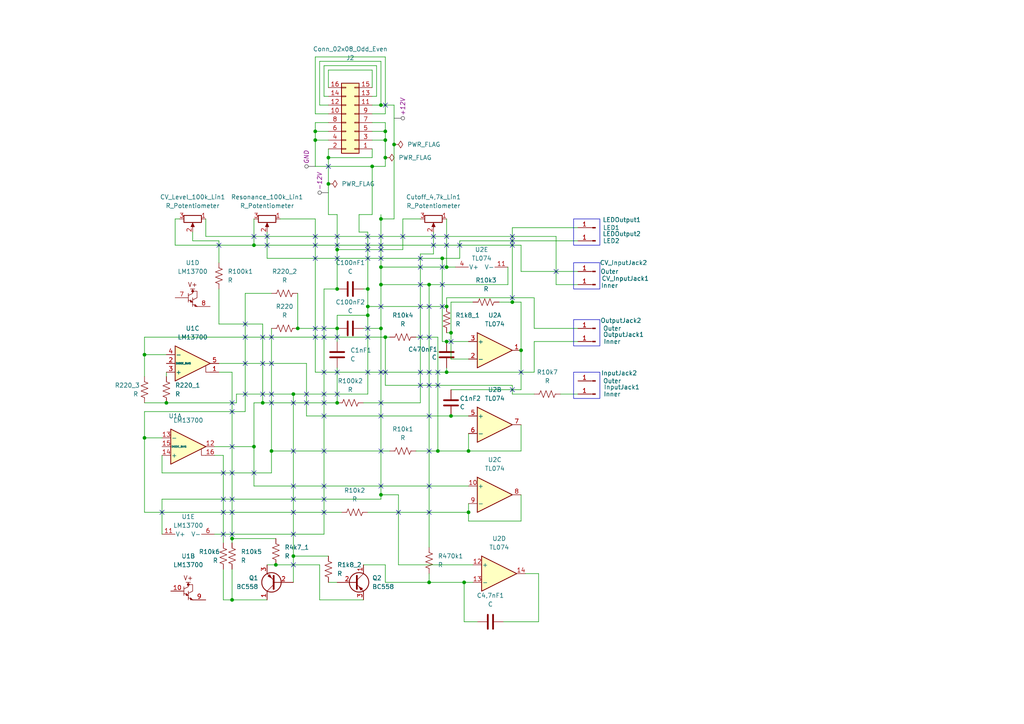
<source format=kicad_sch>
(kicad_sch (version 20231120) (generator "eeschema") (generator_version "8.0")
  (paper "A4")
  (title_block (title "Low_Pass_Filter_Schematic") (date "2024-03-05"))
  (lib_symbols
    (symbol "Amplifier_Operational:LM13700" (pin_names (offset 0.127))
      (property "Reference" "U" (at 3.81 5.08 0))
      (property "Value" "LM13700" (at 5.08 -5.08 0))
      (symbol "LM13700_1_1"
        (polyline (pts (xy 3.81 -0.635) (xy 3.81 -2.54) (xy 5.08 -2.54)))
        (polyline (pts (xy 5.08 0) (xy -5.08 -5.08) (xy -5.08 5.08) (xy 5.08 0)) (stroke (width 0.254)) (fill (type background)))
        (pin output line (at 7.62 0 180) (length 2.54) (name "~") (number "12"))
        (pin input line (at -7.62 2.54 0) (length 2.54) (name "-") (number "13"))
        (pin input line (at -7.62 -2.54 0) (length 2.54) (name "+") (number "14"))
        (pin input line (at -7.62 0 0) (length 2.54) (name "DIODE_BIAS") (number "15"))
        (pin input line (at 7.62 -2.54 180) (length 2.54) (name "~") (number "16"))
      )
      (symbol "LM13700_2_0"
        (polyline (pts (xy -1.905 2.54) (xy -3.175 2.54)))
      )
      (symbol "LM13700_2_1"
        (circle (center -2.54 1.905) (radius 0.254) (stroke (width 0.254)) (fill (type outline)))
        (polyline (pts (xy -3.81 -0.635) (xy -2.54 -1.27)))
        (polyline (pts (xy -3.81 1.27) (xy -3.81 -1.27)))
        (polyline (pts (xy -2.54 -1.905) (xy -1.27 -2.54)))
        (polyline (pts (xy -2.54 0) (xy -2.54 -2.54)))
        (polyline (pts (xy -3.81 0.635) (xy -2.54 1.27) (xy -2.54 1.905) (xy -2.54 2.54)))
        (polyline (pts (xy -2.54 -1.27) (xy -3.175 -0.635) (xy -3.175 -1.27) (xy -2.54 -1.27)) (fill (type outline)))
        (polyline (pts (xy -2.54 -0.635) (xy -1.27 0) (xy -1.27 1.905) (xy -2.54 1.905)))
        (polyline (pts (xy -1.27 -2.54) (xy -1.905 -1.905) (xy -1.905 -2.54) (xy -1.27 -2.54)) (fill (type outline)))
        (text "V+" (at -2.54 3.81 0) (effects (font (size 1.27 1.27))))
        (pin input line (at -7.62 0 0) (length 3.81) (name "~") (number "10"))
        (pin output line (at 2.54 -2.54 180) (length 3.81) (name "~") (number "9"))
      )
      (symbol "LM13700_3_1"
        (polyline (pts (xy 3.81 -0.635) (xy 3.81 -2.54) (xy 5.08 -2.54)))
        (polyline (pts (xy 5.08 0) (xy -5.08 -5.08) (xy -5.08 5.08) (xy 5.08 0)) (stroke (width 0.254)) (fill (type background)))
        (pin input line (at 7.62 -2.54 180) (length 2.54) (name "~") (number "1"))
        (pin input line (at -7.62 0 0) (length 2.54) (name "DIODE_BIAS") (number "2"))
        (pin input line (at -7.62 -2.54 0) (length 2.54) (name "+") (number "3"))
        (pin input line (at -7.62 2.54 0) (length 2.54) (name "-") (number "4"))
        (pin output line (at 7.62 0 180) (length 2.54) (name "~") (number "5"))
      )
      (symbol "LM13700_4_0"
        (polyline (pts (xy -3.175 2.54) (xy -1.905 2.54)))
        (text "V+" (at -2.54 3.81 0) (effects (font (size 1.27 1.27))))
      )
      (symbol "LM13700_4_1"
        (circle (center -2.54 1.905) (radius 0.254) (stroke (width 0.254)) (fill (type outline)))
        (polyline (pts (xy -3.81 -0.635) (xy -2.54 -1.27)))
        (polyline (pts (xy -3.81 1.27) (xy -3.81 -1.27)))
        (polyline (pts (xy -2.54 -1.905) (xy -1.27 -2.54)))
        (polyline (pts (xy -2.54 0) (xy -2.54 -2.54)))
        (polyline (pts (xy -3.81 0.635) (xy -2.54 1.27) (xy -2.54 2.54)))
        (polyline (pts (xy -2.54 -1.27) (xy -3.175 -0.635) (xy -3.175 -1.27) (xy -2.54 -1.27)) (fill (type outline)))
        (polyline (pts (xy -2.54 -0.635) (xy -1.27 0) (xy -1.27 1.905) (xy -2.54 1.905)))
        (polyline (pts (xy -1.27 -2.54) (xy -1.905 -1.905) (xy -1.905 -2.54) (xy -1.27 -2.54)) (fill (type outline)))
        (pin input line (at -7.62 0 0) (length 3.81) (name "~") (number "7"))
        (pin output line (at 2.54 -2.54 180) (length 3.81) (name "~") (number "8"))
      )
      (symbol "LM13700_5_1"
        (pin power_in line (at -2.54 7.62 270) (length 3.81) (name "V+") (number "11"))
        (pin power_in line (at -2.54 -7.62 90) (length 3.81) (name "V-") (number "6"))
      )
    )
    (symbol "Amplifier_Operational:TL074" (pin_names (offset 0.127))
      (property "Reference" "U" (at 0 5.08 0))
      (property "Value" "TL074" (at 0 -5.08 0))
      (symbol "TL074_1_1"
        (polyline (pts (xy -5.08 5.08) (xy 5.08 0) (xy -5.08 -5.08) (xy -5.08 5.08)) (stroke (width 0.254)) (fill (type background)))
        (pin output line (at 7.62 0 180) (length 2.54) (name "~") (number "1"))
        (pin input line (at -7.62 -2.54 0) (length 2.54) (name "-") (number "2"))
        (pin input line (at -7.62 2.54 0) (length 2.54) (name "+") (number "3"))
      )
      (symbol "TL074_2_1"
        (polyline (pts (xy -5.08 5.08) (xy 5.08 0) (xy -5.08 -5.08) (xy -5.08 5.08)) (stroke (width 0.254)) (fill (type background)))
        (pin input line (at -7.62 2.54 0) (length 2.54) (name "+") (number "5"))
        (pin input line (at -7.62 -2.54 0) (length 2.54) (name "-") (number "6"))
        (pin output line (at 7.62 0 180) (length 2.54) (name "~") (number "7"))
      )
      (symbol "TL074_3_1"
        (polyline (pts (xy -5.08 5.08) (xy 5.08 0) (xy -5.08 -5.08) (xy -5.08 5.08)) (stroke (width 0.254)) (fill (type background)))
        (pin input line (at -7.62 2.54 0) (length 2.54) (name "+") (number "10"))
        (pin output line (at 7.62 0 180) (length 2.54) (name "~") (number "8"))
        (pin input line (at -7.62 -2.54 0) (length 2.54) (name "-") (number "9"))
      )
      (symbol "TL074_4_1"
        (polyline (pts (xy -5.08 5.08) (xy 5.08 0) (xy -5.08 -5.08) (xy -5.08 5.08)) (stroke (width 0.254)) (fill (type background)))
        (pin input line (at -7.62 2.54 0) (length 2.54) (name "+") (number "12"))
        (pin input line (at -7.62 -2.54 0) (length 2.54) (name "-") (number "13"))
        (pin output line (at 7.62 0 180) (length 2.54) (name "~") (number "14"))
      )
      (symbol "TL074_5_1"
        (pin power_in line (at -2.54 -7.62 90) (length 3.81) (name "V-") (number "11"))
        (pin power_in line (at -2.54 7.62 270) (length 3.81) (name "V+") (number "4"))
      )
    )
    (symbol "Connector:Conn_01x01_Pin" (pin_names (offset 1.016) hide)
      (property "Reference" "J" (at 0 2.54 0))
      (property "Value" "Conn_01x01_Pin" (at 0 -2.54 0))
      (symbol "Conn_01x01_Pin_1_1"
        (polyline (pts (xy 1.27 0) (xy 0.8636 0)) (stroke (width 0.1524)))
        (rectangle (start 0.8636 0.127) (end 0 -0.127) (stroke (width 0.1524)) (fill (type outline)))
        (pin passive line (at 5.08 0 180) (length 3.81) (name "Pin_1") (number "1"))
      )
    )
    (symbol "Connector_Generic:Conn_02x08_Odd_Even" (pin_names (offset 1.016) hide)
      (property "Reference" "J" (at 1.27 10.16 0))
      (property "Value" "Conn_02x08_Odd_Even" (at 1.27 -12.7 0))
      (symbol "Conn_02x08_Odd_Even_1_1"
        (rectangle (start -1.27 -10.033) (end 0 -10.287) (stroke (width 0.1524)))
        (rectangle (start -1.27 -7.493) (end 0 -7.747) (stroke (width 0.1524)))
        (rectangle (start -1.27 -4.953) (end 0 -5.207) (stroke (width 0.1524)))
        (rectangle (start -1.27 -2.413) (end 0 -2.667) (stroke (width 0.1524)))
        (rectangle (start -1.27 0.127) (end 0 -0.127) (stroke (width 0.1524)))
        (rectangle (start -1.27 2.667) (end 0 2.413) (stroke (width 0.1524)))
        (rectangle (start -1.27 5.207) (end 0 4.953) (stroke (width 0.1524)))
        (rectangle (start -1.27 7.747) (end 0 7.493) (stroke (width 0.1524)))
        (rectangle (start -1.27 8.89) (end 3.81 -11.43) (stroke (width 0.254)) (fill (type background)))
        (rectangle (start 3.81 -10.033) (end 2.54 -10.287) (stroke (width 0.1524)))
        (rectangle (start 3.81 -7.493) (end 2.54 -7.747) (stroke (width 0.1524)))
        (rectangle (start 3.81 -4.953) (end 2.54 -5.207) (stroke (width 0.1524)))
        (rectangle (start 3.81 -2.413) (end 2.54 -2.667) (stroke (width 0.1524)))
        (rectangle (start 3.81 0.127) (end 2.54 -0.127) (stroke (width 0.1524)))
        (rectangle (start 3.81 2.667) (end 2.54 2.413) (stroke (width 0.1524)))
        (rectangle (start 3.81 5.207) (end 2.54 4.953) (stroke (width 0.1524)))
        (rectangle (start 3.81 7.747) (end 2.54 7.493) (stroke (width 0.1524)))
        (pin passive line (at -5.08 7.62 0) (length 3.81) (name "Pin_1") (number "1"))
        (pin passive line (at 7.62 -2.54 180) (length 3.81) (name "Pin_10") (number "10"))
        (pin passive line (at -5.08 -5.08 0) (length 3.81) (name "Pin_11") (number "11"))
        (pin passive line (at 7.62 -5.08 180) (length 3.81) (name "Pin_12") (number "12"))
        (pin passive line (at -5.08 -7.62 0) (length 3.81) (name "Pin_13") (number "13"))
        (pin passive line (at 7.62 -7.62 180) (length 3.81) (name "Pin_14") (number "14"))
        (pin passive line (at -5.08 -10.16 0) (length 3.81) (name "Pin_15") (number "15"))
        (pin passive line (at 7.62 -10.16 180) (length 3.81) (name "Pin_16") (number "16"))
        (pin passive line (at 7.62 7.62 180) (length 3.81) (name "Pin_2") (number "2"))
        (pin passive line (at -5.08 5.08 0) (length 3.81) (name "Pin_3") (number "3"))
        (pin passive line (at 7.62 5.08 180) (length 3.81) (name "Pin_4") (number "4"))
        (pin passive line (at -5.08 2.54 0) (length 3.81) (name "Pin_5") (number "5"))
        (pin passive line (at 7.62 2.54 180) (length 3.81) (name "Pin_6") (number "6"))
        (pin passive line (at -5.08 0 0) (length 3.81) (name "Pin_7") (number "7"))
        (pin passive line (at 7.62 0 180) (length 3.81) (name "Pin_8") (number "8"))
        (pin passive line (at -5.08 -2.54 0) (length 3.81) (name "Pin_9") (number "9"))
      )
    )
    (symbol "Device:C" (pin_numbers hide) (pin_names (offset 0.254))
      (property "Reference" "C" (at 0.635 2.54 0))
      (property "Value" "C" (at 0.635 -2.54 0))
      (symbol "C_0_1"
        (polyline (pts (xy -2.032 -0.762) (xy 2.032 -0.762)) (stroke (width 0.508)))
        (polyline (pts (xy -2.032 0.762) (xy 2.032 0.762)) (stroke (width 0.508)))
      )
      (symbol "C_1_1"
        (pin passive line (at 0 3.81 270) (length 2.794) (name "~") (number "1"))
        (pin passive line (at 0 -3.81 90) (length 2.794) (name "~") (number "2"))
      )
    )
    (symbol "Device:R_Potentiometer" (pin_names (offset 1.016) hide)
      (property "Reference" "RV" (at -4.445 0 90))
      (property "Value" "R_Potentiometer" (at -2.54 0 90))
      (symbol "R_Potentiometer_0_1"
        (polyline (pts (xy 2.54 0) (xy 1.524 0)))
        (polyline (pts (xy 1.143 0) (xy 2.286 0.508) (xy 2.286 -0.508) (xy 1.143 0)) (fill (type outline)))
        (rectangle (start 1.016 2.54) (end -1.016 -2.54) (stroke (width 0.254)))
      )
      (symbol "R_Potentiometer_1_1"
        (pin passive line (at 0 3.81 270) (length 1.27) (name "1") (number "1"))
        (pin passive line (at 3.81 0 180) (length 1.27) (name "2") (number "2"))
        (pin passive line (at 0 -3.81 90) (length 1.27) (name "3") (number "3"))
      )
    )
    (symbol "Device:R_US" (pin_numbers hide) (pin_names (offset 0))
      (property "Reference" "R" (at 2.54 0 90))
      (property "Value" "R_US" (at -2.54 0 90))
      (symbol "R_US_0_1"
        (polyline (pts (xy 0 -2.286) (xy 0 -2.54)))
        (polyline (pts (xy 0 2.286) (xy 0 2.54)))
        (polyline (pts (xy 0 -0.762) (xy 1.016 -1.143) (xy 0 -1.524) (xy -1.016 -1.905) (xy 0 -2.286)))
        (polyline (pts (xy 0 0.762) (xy 1.016 0.381) (xy 0 0) (xy -1.016 -0.381) (xy 0 -0.762)))
        (polyline (pts (xy 0 2.286) (xy 1.016 1.905) (xy 0 1.524) (xy -1.016 1.143) (xy 0 0.762)))
      )
      (symbol "R_US_1_1"
        (pin passive line (at 0 3.81 270) (length 1.27) (name "~") (number "1"))
        (pin passive line (at 0 -3.81 90) (length 1.27) (name "~") (number "2"))
      )
    )
    (symbol "Transistor_BJT:BC558" (pin_names (offset 0) hide)
      (property "Reference" "Q" (at 5.08 1.905 0))
      (property "Value" "BC558" (at 5.08 0 0))
      (symbol "BC558_0_1"
        (polyline (pts (xy 0.635 0.635) (xy 2.54 2.54)))
        (polyline (pts (xy 0.635 -0.635) (xy 2.54 -2.54) (xy 2.54 -2.54)))
        (polyline (pts (xy 0.635 1.905) (xy 0.635 -1.905) (xy 0.635 -1.905)) (stroke (width 0.508)))
        (polyline (pts (xy 2.286 -1.778) (xy 1.778 -2.286) (xy 1.27 -1.27) (xy 2.286 -1.778) (xy 2.286 -1.778)) (fill (type outline)))
        (circle (center 1.27 0) (radius 2.8194) (stroke (width 0.254)))
      )
      (symbol "BC558_1_1"
        (pin passive line (at 2.54 5.08 270) (length 2.54) (name "C") (number "1"))
        (pin input line (at -5.08 0 0) (length 5.715) (name "B") (number "2"))
        (pin passive line (at 2.54 -5.08 90) (length 2.54) (name "E") (number "3"))
      )
    )
    (symbol "power:PWR_FLAG" (power) (pin_numbers hide) (pin_names (offset 0) hide)
      (property "Value" "PWR_FLAG" (at 0 3.81 0))
      (symbol "PWR_FLAG_0_0"
        (pin power_out line (at 0 0 90) (length 0) (name "~") (number "1"))
      )
      (symbol "PWR_FLAG_0_1"
        (polyline (pts (xy 0 0) (xy 0 1.27) (xy -1.016 1.905) (xy 0 2.54) (xy 1.016 1.905) (xy 0 1.27)))
      )
    )
  )
  (junction (at 110.49 63.5))
  (junction (at 110.49 30.48))
  (junction (at 91.44 38.1))
  (junction (at 76.2 116.84))
  (junction (at 67.31 173.99))
  (junction (at 151.13 101.6))
  (junction (at 128.27 74.93))
  (junction (at 97.79 95.25))
  (junction (at 97.79 116.84))
  (junction (at 129.54 77.47))
  (junction (at 111.76 38.1))
  (junction (at 85.09 161.29))
  (junction (at 110.49 82.55))
  (junction (at 127 130.81))
  (junction (at 111.76 40.64))
  (junction (at 97.79 83.82))
  (junction (at 85.09 114.3))
  (junction (at 106.68 83.82))
  (junction (at 110.49 77.47))
  (junction (at 129.54 88.9))
  (junction (at 110.49 95.25))
  (junction (at 106.68 88.9))
  (junction (at 67.31 156.21))
  (junction (at 114.3 41.91))
  (junction (at 111.76 97.79))
  (junction (at 110.49 143.51))
  (junction (at 135.89 148.59))
  (junction (at 95.25 53.34))
  (junction (at 107.95 48.26))
  (junction (at 129.54 107.95))
  (junction (at 73.66 129.54))
  (junction (at 41.91 102.87))
  (junction (at 124.46 168.91))
  (junction (at 78.74 130.81))
  (junction (at 135.89 130.81))
  (junction (at 106.68 91.44))
  (junction (at 124.46 82.55))
  (junction (at 86.36 95.25))
  (junction (at 91.44 40.64))
  (junction (at 111.76 45.72))
  (junction (at 48.26 116.84))
  (junction (at 134.62 168.91))
  (junction (at 95.25 45.72))
  (junction (at 129.54 99.06))
  (junction (at 148.59 87.63))
  (junction (at 130.81 96.52))
  (junction (at 73.66 71.12))
  (junction (at 130.81 120.65))
  (junction (at 41.91 127))
  (junction (at 97.79 72.39))
  (junction (at 80.01 163.83))
  (no_connect (at 93.98 130.81))
  (no_connect (at 151.13 107.95))
  (no_connect (at 67.31 154.94))
  (no_connect (at 67.31 129.54))
  (no_connect (at 64.77 137.16))
  (no_connect (at 91.44 68.58))
  (no_connect (at 64.77 154.94))
  (no_connect (at 91.44 95.25))
  (no_connect (at 77.47 68.58))
  (no_connect (at 148.59 71.12))
  (no_connect (at 67.31 137.16))
  (no_connect (at 85.09 130.81))
  (no_connect (at 97.79 107.95))
  (no_connect (at 128.27 82.55))
  (no_connect (at 111.76 107.95))
  (no_connect (at 71.12 105.41))
  (no_connect (at 106.68 95.25))
  (no_connect (at 124.46 140.97))
  (no_connect (at 97.79 97.79))
  (no_connect (at 106.68 68.58))
  (no_connect (at 124.46 97.79))
  (no_connect (at 76.2 114.3))
  (no_connect (at 88.9 114.3))
  (no_connect (at 106.68 72.39))
  (no_connect (at 148.59 86.36))
  (no_connect (at 85.09 140.97))
  (no_connect (at 110.49 71.12))
  (no_connect (at 91.44 74.93))
  (no_connect (at 124.46 107.95))
  (no_connect (at 148.59 113.03))
  (no_connect (at 106.68 97.79))
  (no_connect (at 97.79 114.3))
  (no_connect (at 129.54 68.58))
  (no_connect (at 93.98 97.79))
  (no_connect (at 121.92 74.93))
  (no_connect (at 93.98 148.59))
  (no_connect (at 161.29 78.74))
  (no_connect (at 78.74 97.79))
  (no_connect (at 110.49 140.97))
  (no_connect (at 110.49 68.58))
  (no_connect (at 133.35 71.12))
  (no_connect (at 71.12 93.98))
  (no_connect (at 85.09 116.84))
  (no_connect (at 121.92 88.9))
  (no_connect (at 110.49 130.81))
  (no_connect (at 93.98 120.65))
  (no_connect (at 116.84 68.58))
  (no_connect (at 93.98 114.3))
  (no_connect (at 67.31 119.38))
  (no_connect (at 93.98 116.84))
  (no_connect (at 95.25 48.26))
  (no_connect (at 110.49 107.95))
  (no_connect (at 148.59 68.58))
  (no_connect (at 85.09 144.78))
  (no_connect (at 125.73 71.12))
  (no_connect (at 91.44 71.12))
  (no_connect (at 78.74 114.3))
  (no_connect (at 93.98 107.95))
  (no_connect (at 124.46 120.65))
  (no_connect (at 85.09 163.83))
  (no_connect (at 106.68 107.95))
  (no_connect (at 73.66 137.16))
  (no_connect (at 91.44 97.79))
  (no_connect (at 124.46 148.59))
  (no_connect (at 148.59 69.85))
  (no_connect (at 121.92 111.76))
  (no_connect (at 93.98 140.97))
  (no_connect (at 67.31 116.84))
  (no_connect (at 115.57 148.59))
  (no_connect (at 128.27 77.47))
  (no_connect (at 128.27 88.9))
  (no_connect (at 111.76 30.48))
  (no_connect (at 88.9 116.84))
  (no_connect (at 76.2 105.41))
  (no_connect (at 106.68 71.12))
  (no_connect (at 67.31 148.59))
  (no_connect (at 121.92 107.95))
  (no_connect (at 64.77 144.78))
  (no_connect (at 97.79 71.12))
  (no_connect (at 97.79 74.93))
  (no_connect (at 46.99 148.59))
  (no_connect (at 71.12 97.79))
  (no_connect (at 93.98 144.78))
  (no_connect (at 73.66 68.58))
  (no_connect (at 110.49 116.84))
  (no_connect (at 78.74 116.84))
  (no_connect (at 77.47 71.12))
  (no_connect (at 78.74 105.41))
  (no_connect (at 110.49 88.9))
  (no_connect (at 127 111.76))
  (no_connect (at 121.92 82.55))
  (no_connect (at 125.73 68.58))
  (no_connect (at 106.68 74.93))
  (no_connect (at 85.09 148.59))
  (no_connect (at 110.49 72.39))
  (no_connect (at 124.46 111.76))
  (no_connect (at 110.49 74.93))
  (no_connect (at 130.81 99.06))
  (no_connect (at 124.46 88.9))
  (no_connect (at 110.49 120.65))
  (no_connect (at 124.46 130.81))
  (no_connect (at 121.92 97.79))
  (no_connect (at 93.98 95.25))
  (no_connect (at 127 107.95))
  (no_connect (at 85.09 154.94))
  (no_connect (at 63.5 71.12))
  (no_connect (at 67.31 144.78))
  (no_connect (at 97.79 68.58))
  (no_connect (at 129.54 71.12))
  (no_connect (at 76.2 97.79))
  (no_connect (at 64.77 148.59))
  (no_connect (at 71.12 114.3))
  (no_connect (at 121.92 77.47))
  (wire (pts (xy 137.16 168.91) (xy 134.62 168.91)))
  (wire (pts (xy 120.65 130.81) (xy 127 130.81)))
  (wire (pts (xy 148.59 111.76) (xy 111.76 111.76)))
  (wire (pts (xy 129.54 86.36) (xy 129.54 88.9)))
  (wire (pts (xy 97.79 62.23) (xy 95.25 62.23)))
  (wire (pts (xy 67.31 157.48) (xy 67.31 156.21)))
  (wire (pts (xy 85.09 161.29) (xy 85.09 168.91)))
  (wire (pts (xy 93.98 154.94) (xy 93.98 83.82)))
  (wire (pts (xy 93.98 27.94) (xy 93.98 19.05)))
  (wire (pts (xy 120.65 97.79) (xy 127 97.79)))
  (wire (pts (xy 107.95 48.26) (xy 107.95 62.23)))
  (wire (pts (xy 77.47 163.83) (xy 80.01 163.83)))
  (wire (pts (xy 95.25 33.02) (xy 91.44 33.02)))
  (wire (pts (xy 156.21 180.34) (xy 156.21 166.37)))
  (wire (pts (xy 63.5 105.41) (xy 88.9 105.41)))
  (wire (pts (xy 95.25 53.34) (xy 95.25 45.72)))
  (wire (pts (xy 48.26 102.87) (xy 41.91 102.87)))
  (wire (pts (xy 110.49 82.55) (xy 110.49 95.25)))
  (wire (pts (xy 91.44 38.1) (xy 91.44 40.64)))
  (wire (pts (xy 156.21 166.37) (xy 152.4 166.37)))
  (wire (pts (xy 121.92 116.84) (xy 121.92 73.66)))
  (wire (pts (xy 134.62 168.91) (xy 134.62 180.34)))
  (wire (pts (xy 167.64 99.06) (xy 154.94 99.06)))
  (wire (pts (xy 111.76 97.79) (xy 113.03 97.79)))
  (wire (pts (xy 137.16 87.63) (xy 130.81 87.63)))
  (wire (pts (xy 97.79 62.23) (xy 97.79 72.39)))
  (wire (pts (xy 134.62 180.34) (xy 138.43 180.34)))
  (wire (pts (xy 97.79 106.68) (xy 97.79 116.84)))
  (wire (pts (xy 107.95 48.26) (xy 91.44 48.26)))
  (wire (pts (xy 92.71 163.83) (xy 92.71 173.99)))
  (wire (pts (xy 110.49 30.48) (xy 107.95 30.48)))
  (wire (pts (xy 71.12 119.38) (xy 41.91 119.38)))
  (wire (pts (xy 110.49 82.55) (xy 124.46 82.55)))
  (wire (pts (xy 91.44 40.64) (xy 95.25 40.64)))
  (wire (pts (xy 124.46 82.55) (xy 147.32 82.55)))
  (wire (pts (xy 73.66 116.84) (xy 73.66 129.54)))
  (wire (pts (xy 151.13 71.12) (xy 73.66 71.12)))
  (wire (pts (xy 151.13 151.13) (xy 151.13 143.51)))
  (wire (pts (xy 107.95 38.1) (xy 111.76 38.1)))
  (wire (pts (xy 111.76 48.26) (xy 107.95 48.26)))
  (wire (pts (xy 73.66 140.97) (xy 73.66 129.54)))
  (wire (pts (xy 68.58 114.3) (xy 85.09 114.3)))
  (wire (pts (xy 133.35 74.93) (xy 128.27 74.93)))
  (wire (pts (xy 111.76 38.1) (xy 111.76 40.64)))
  (wire (pts (xy 78.74 130.81) (xy 78.74 137.16)))
  (wire (pts (xy 110.49 77.47) (xy 129.54 77.47)))
  (wire (pts (xy 95.25 25.4) (xy 95.25 20.32)))
  (wire (pts (xy 52.07 63.5) (xy 50.8 63.5)))
  (wire (pts (xy 46.99 137.16) (xy 46.99 132.08)))
  (wire (pts (xy 129.54 107.95) (xy 91.44 107.95)))
  (wire (pts (xy 95.25 62.23) (xy 95.25 53.34)))
  (wire (pts (xy 92.71 17.78) (xy 110.49 17.78)))
  (wire (pts (xy 127 97.79) (xy 127 130.81)))
  (wire (pts (xy 85.09 161.29) (xy 95.25 161.29)))
  (wire (pts (xy 105.41 116.84) (xy 121.92 116.84)))
  (wire (pts (xy 105.41 163.83) (xy 111.76 163.83)))
  (wire (pts (xy 115.57 163.83) (xy 137.16 163.83)))
  (wire (pts (xy 48.26 116.84) (xy 68.58 116.84)))
  (wire (pts (xy 133.35 69.85) (xy 133.35 74.93)))
  (wire (pts (xy 41.91 97.79) (xy 111.76 97.79)))
  (wire (pts (xy 76.2 93.98) (xy 76.2 116.84)))
  (wire (pts (xy 59.69 63.5) (xy 59.69 68.58)))
  (wire (pts (xy 106.68 88.9) (xy 129.54 88.9)))
  (wire (pts (xy 91.44 107.95) (xy 91.44 63.5)))
  (wire (pts (xy 167.64 114.3) (xy 162.56 114.3)))
  (wire (pts (xy 55.88 69.85) (xy 55.88 67.31)))
  (wire (pts (xy 129.54 99.06) (xy 135.89 99.06)))
  (wire (pts (xy 111.76 45.72) (xy 111.76 48.26)))
  (wire (pts (xy 50.8 63.5) (xy 50.8 71.12)))
  (wire (pts (xy 111.76 33.02) (xy 107.95 33.02)))
  (wire (pts (xy 68.58 116.84) (xy 68.58 114.3)))
  (wire (pts (xy 154.94 95.25) (xy 154.94 86.36)))
  (wire (pts (xy 110.49 63.5) (xy 110.49 77.47)))
  (wire (pts (xy 97.79 116.84) (xy 76.2 116.84)))
  (wire (pts (xy 67.31 173.99) (xy 77.47 173.99)))
  (wire (pts (xy 78.74 95.25) (xy 78.74 130.81)))
  (wire (pts (xy 110.49 17.78) (xy 110.49 30.48)))
  (wire (pts (xy 41.91 119.38) (xy 41.91 127)))
  (wire (pts (xy 130.81 104.14) (xy 135.89 104.14)))
  (wire (pts (xy 106.68 88.9) (xy 106.68 91.44)))
  (wire (pts (xy 78.74 137.16) (xy 46.99 137.16)))
  (wire (pts (xy 106.68 148.59) (xy 135.89 148.59)))
  (wire (pts (xy 85.09 114.3) (xy 85.09 161.29)))
  (wire (pts (xy 63.5 93.98) (xy 76.2 93.98)))
  (wire (pts (xy 110.49 144.78) (xy 110.49 143.51)))
  (wire (pts (xy 95.25 20.32) (xy 107.95 20.32)))
  (wire (pts (xy 104.14 62.23) (xy 104.14 67.31)))
  (wire (pts (xy 91.44 48.26) (xy 91.44 40.64)))
  (wire (pts (xy 71.12 85.09) (xy 78.74 85.09)))
  (wire (pts (xy 76.2 116.84) (xy 73.66 116.84)))
  (wire (pts (xy 125.73 73.66) (xy 125.73 67.31)))
  (wire (pts (xy 91.44 33.02) (xy 91.44 16.51)))
  (wire (pts (xy 77.47 74.93) (xy 128.27 74.93)))
  (wire (pts (xy 63.5 83.82) (xy 63.5 93.98)))
  (wire (pts (xy 73.66 71.12) (xy 73.66 63.5)))
  (wire (pts (xy 109.22 27.94) (xy 107.95 27.94)))
  (wire (pts (xy 97.79 95.25) (xy 97.79 91.44)))
  (wire (pts (xy 91.44 63.5) (xy 81.28 63.5)))
  (wire (pts (xy 167.64 69.85) (xy 133.35 69.85)))
  (wire (pts (xy 107.95 40.64) (xy 111.76 40.64)))
  (wire (pts (xy 110.49 144.78) (xy 46.99 144.78)))
  (wire (pts (xy 111.76 163.83) (xy 111.76 168.91)))
  (wire (pts (xy 146.05 180.34) (xy 156.21 180.34)))
  (wire (pts (xy 147.32 82.55) (xy 147.32 77.47)))
  (wire (pts (xy 167.64 66.04) (xy 148.59 66.04)))
  (wire (pts (xy 106.68 114.3) (xy 106.68 91.44)))
  (wire (pts (xy 41.91 102.87) (xy 41.91 97.79)))
  (wire (pts (xy 121.92 73.66) (xy 125.73 73.66)))
  (wire (pts (xy 144.78 87.63) (xy 148.59 87.63)))
  (wire (pts (xy 151.13 123.19) (xy 151.13 130.81)))
  (wire (pts (xy 107.95 43.18) (xy 107.95 45.72)))
  (wire (pts (xy 105.41 95.25) (xy 110.49 95.25)))
  (wire (pts (xy 154.94 99.06) (xy 154.94 107.95)))
  (wire (pts (xy 130.81 96.52) (xy 130.81 104.14)))
  (wire (pts (xy 135.89 146.05) (xy 135.89 148.59)))
  (wire (pts (xy 130.81 120.65) (xy 135.89 120.65)))
  (wire (pts (xy 93.98 19.05) (xy 109.22 19.05)))
  (wire (pts (xy 161.29 68.58) (xy 161.29 82.55)))
  (wire (pts (xy 128.27 99.06) (xy 129.54 99.06)))
  (wire (pts (xy 86.36 95.25) (xy 97.79 95.25)))
  (wire (pts (xy 92.71 30.48) (xy 92.71 17.78)))
  (wire (pts (xy 113.03 130.81) (xy 78.74 130.81)))
  (wire (pts (xy 116.84 63.5) (xy 116.84 72.39)))
  (wire (pts (xy 67.31 156.21) (xy 80.01 156.21)))
  (wire (pts (xy 114.3 30.48) (xy 110.49 30.48)))
  (wire (pts (xy 95.25 27.94) (xy 93.98 27.94)))
  (wire (pts (xy 91.44 38.1) (xy 95.25 38.1)))
  (wire (pts (xy 73.66 129.54) (xy 62.23 129.54)))
  (wire (pts (xy 95.25 45.72) (xy 107.95 45.72)))
  (wire (pts (xy 91.44 35.56) (xy 95.25 35.56)))
  (wire (pts (xy 151.13 78.74) (xy 151.13 71.12)))
  (wire (pts (xy 116.84 72.39) (xy 97.79 72.39)))
  (wire (pts (xy 111.76 35.56) (xy 111.76 38.1)))
  (wire (pts (xy 111.76 168.91) (xy 124.46 168.91)))
  (wire (pts (xy 97.79 95.25) (xy 97.79 99.06)))
  (wire (pts (xy 129.54 77.47) (xy 132.08 77.47)))
  (wire (pts (xy 129.54 106.68) (xy 129.54 107.95)))
  (wire (pts (xy 135.89 148.59) (xy 135.89 151.13)))
  (wire (pts (xy 110.49 63.5) (xy 114.3 63.5)))
  (wire (pts (xy 130.81 113.03) (xy 151.13 113.03)))
  (wire (pts (xy 154.94 107.95) (xy 129.54 107.95)))
  (wire (pts (xy 64.77 165.1) (xy 64.77 173.99)))
  (wire (pts (xy 97.79 72.39) (xy 97.79 83.82)))
  (wire (pts (xy 64.77 173.99) (xy 67.31 173.99)))
  (wire (pts (xy 107.95 35.56) (xy 111.76 35.56)))
  (wire (pts (xy 124.46 158.75) (xy 124.46 82.55)))
  (wire (pts (xy 110.49 62.23) (xy 110.49 63.5)))
  (wire (pts (xy 127 130.81) (xy 135.89 130.81)))
  (wire (pts (xy 111.76 16.51) (xy 111.76 33.02)))
  (wire (pts (xy 80.01 163.83) (xy 92.71 163.83)))
  (wire (pts (xy 114.3 63.5) (xy 114.3 41.91)))
  (wire (pts (xy 106.68 83.82) (xy 106.68 88.9)))
  (wire (pts (xy 104.14 62.23) (xy 107.95 62.23)))
  (wire (pts (xy 111.76 40.64) (xy 111.76 45.72)))
  (wire (pts (xy 115.57 143.51) (xy 115.57 163.83)))
  (wire (pts (xy 41.91 102.87) (xy 41.91 109.22)))
  (wire (pts (xy 41.91 148.59) (xy 99.06 148.59)))
  (wire (pts (xy 64.77 132.08) (xy 62.23 132.08)))
  (wire (pts (xy 95.25 168.91) (xy 97.79 168.91)))
  (wire (pts (xy 95.25 30.48) (xy 92.71 30.48)))
  (wire (pts (xy 91.44 35.56) (xy 91.44 38.1)))
  (wire (pts (xy 167.64 78.74) (xy 151.13 78.74)))
  (wire (pts (xy 93.98 83.82) (xy 97.79 83.82)))
  (wire (pts (xy 106.68 83.82) (xy 105.41 83.82)))
  (wire (pts (xy 88.9 120.65) (xy 130.81 120.65)))
  (wire (pts (xy 148.59 87.63) (xy 151.13 87.63)))
  (wire (pts (xy 124.46 168.91) (xy 134.62 168.91)))
  (wire (pts (xy 107.95 20.32) (xy 107.95 25.4)))
  (wire (pts (xy 129.54 96.52) (xy 130.81 96.52)))
  (wire (pts (xy 154.94 114.3) (xy 148.59 114.3)))
  (wire (pts (xy 154.94 86.36) (xy 129.54 86.36)))
  (wire (pts (xy 167.64 95.25) (xy 154.94 95.25)))
  (wire (pts (xy 88.9 105.41) (xy 88.9 120.65)))
  (wire (pts (xy 67.31 156.21) (xy 67.31 107.95)))
  (wire (pts (xy 55.88 69.85) (xy 63.5 69.85)))
  (wire (pts (xy 110.49 77.47) (xy 110.49 82.55)))
  (wire (pts (xy 95.25 45.72) (xy 95.25 43.18)))
  (wire (pts (xy 86.36 85.09) (xy 86.36 95.25)))
  (wire (pts (xy 48.26 107.95) (xy 48.26 109.22)))
  (wire (pts (xy 135.89 130.81) (xy 135.89 125.73)))
  (wire (pts (xy 111.76 111.76) (xy 111.76 97.79)))
  (wire (pts (xy 50.8 71.12) (xy 73.66 71.12)))
  (wire (pts (xy 91.44 16.51) (xy 111.76 16.51)))
  (wire (pts (xy 114.3 41.91) (xy 114.3 30.48)))
  (wire (pts (xy 67.31 165.1) (xy 67.31 173.99)))
  (wire (pts (xy 110.49 95.25) (xy 110.49 143.51)))
  (wire (pts (xy 41.91 148.59) (xy 41.91 127)))
  (wire (pts (xy 77.47 67.31) (xy 77.47 74.93)))
  (wire (pts (xy 129.54 63.5) (xy 129.54 77.47)))
  (wire (pts (xy 151.13 130.81) (xy 135.89 130.81)))
  (wire (pts (xy 85.09 114.3) (xy 106.68 114.3)))
  (wire (pts (xy 73.66 140.97) (xy 135.89 140.97)))
  (wire (pts (xy 64.77 157.48) (xy 64.77 132.08)))
  (wire (pts (xy 62.23 154.94) (xy 93.98 154.94)))
  (wire (pts (xy 130.81 87.63) (xy 130.81 96.52)))
  (wire (pts (xy 67.31 107.95) (xy 63.5 107.95)))
  (wire (pts (xy 109.22 19.05) (xy 109.22 27.94)))
  (wire (pts (xy 92.71 173.99) (xy 105.41 173.99)))
  (wire (pts (xy 148.59 66.04) (xy 148.59 87.63)))
  (wire (pts (xy 124.46 166.37) (xy 124.46 168.91)))
  (wire (pts (xy 128.27 74.93) (xy 128.27 99.06)))
  (wire (pts (xy 59.69 68.58) (xy 161.29 68.58)))
  (wire (pts (xy 148.59 114.3) (xy 148.59 111.76)))
  (wire (pts (xy 161.29 82.55) (xy 167.64 82.55)))
  (wire (pts (xy 110.49 143.51) (xy 115.57 143.51)))
  (wire (pts (xy 121.92 63.5) (xy 116.84 63.5)))
  (wire (pts (xy 135.89 151.13) (xy 151.13 151.13)))
  (wire (pts (xy 71.12 85.09) (xy 71.12 119.38)))
  (wire (pts (xy 97.79 91.44) (xy 106.68 91.44)))
  (wire (pts (xy 151.13 87.63) (xy 151.13 101.6)))
  (wire (pts (xy 46.99 144.78) (xy 46.99 154.94)))
  (wire (pts (xy 63.5 69.85) (xy 63.5 76.2)))
  (wire (pts (xy 104.14 67.31) (xy 106.68 67.31)))
  (wire (pts (xy 106.68 67.31) (xy 106.68 83.82)))
  (wire (pts (xy 41.91 116.84) (xy 48.26 116.84)))
  (wire (pts (xy 41.91 127) (xy 46.99 127)))
  (wire (pts (xy 151.13 113.03) (xy 151.13 101.6)))
  (rectangle (start 166.37 76.2) (end 173.99 83.82))
  (rectangle (start 166.37 107.95) (end 173.99 115.57))
  (rectangle (start 166.37 63.5) (end 173.99 71.12))
  (rectangle (start 166.37 92.71) (end 173.99 100.33))
  (netclass_flag "" (length 2.54) (shape round) (at 95.25 55.88 90) (property "Netclass" "-12V" (at 92.71 55.1815 90) (effects (font (italic yes)) (justify left))))
  (netclass_flag "" (length 2.54) (shape round) (at 91.44 48.26 90) (property "Netclass" "GND" (at 88.9 47.5615 90) (effects (font (italic yes)) (justify left))))
  (netclass_flag "" (length 2.54) (shape round) (at 114.3 34.29 270) (property "Netclass" "+12V" (at 116.84 33.5915 90) (effects (font (italic yes)) (justify left))))
  (symbol (lib_id "Amplifier_Operational:TL074") (at 139.7 74.93 90) (unit 5)
    (property "Reference" "U2" (at 139.7 72.39 90))
    (property "Value" "TL074" (at 139.7 74.93 90))
    (property "Footprint" "Package_DIP:DIP-14_W7.62mm_Socket_LongPads" (effects (hide yes)))
    (property "Datasheet" "http://www.ti.com/lit/ds/symlink/tl071.pdf" (effects (hide yes)))
    (property "Description" "Quad Low-Noise JFET-Input Operational Amplifiers, DIP-14/SOIC-14" (effects (hide yes)))
  )
  (symbol (lib_id "Device:R_US") (at 101.6 116.84 90) (unit 1)
    (property "Reference" "R100k2" (at 101.6 110.49 90))
    (property "Value" "R" (at 101.6 113.03 90))
    (property "Footprint" "Resistor_THT:R_Axial_DIN0309_L9.0mm_D3.2mm_P12.70mm_Horizontal" (effects (hide yes)))
    (property "Description" "Resistor, US symbol" (effects (hide yes)))
  )
  (symbol (lib_id "Device:R_US") (at 116.84 97.79 270) (unit 1)
    (property "Reference" "R10k4" (at 116.84 91.44 90))
    (property "Value" "R" (at 116.84 93.98 90))
    (property "Footprint" "Resistor_THT:R_Axial_DIN0309_L9.0mm_D3.2mm_P12.70mm_Horizontal" (effects (hide yes)))
    (property "Description" "Resistor, US symbol" (effects (hide yes)))
  )
  (symbol (lib_id "Amplifier_Operational:LM13700") (at 57.15 171.45 0) (unit 2)
    (property "Reference" "U1" (at 54.61 161.29 0))
    (property "Value" "LM13700" (at 54.61 163.83 0))
    (property "Footprint" "Package_DIP:DIP-16_W7.62mm_Socket_LongPads" (effects (hide yes)))
    (property "Datasheet" "http://www.ti.com/lit/ds/symlink/lm13700.pdf" (effects (hide yes)))
    (property "Description" "Dual Operational Transconductance Amplifiers with Linearizing Diodes and Buffers, DIP-16/SOIC-16" (effects (hide yes)))
  )
  (symbol (lib_id "Device:R_US") (at 124.46 162.56 0) (unit 1)
    (property "Reference" "R470k1" (at 127 161.2899 0) (effects (justify left)))
    (property "Value" "R" (at 127 163.8299 0) (effects (justify left)))
    (property "Footprint" "Resistor_THT:R_Axial_DIN0309_L9.0mm_D3.2mm_P12.70mm_Horizontal" (effects (hide yes)))
    (property "Description" "Resistor, US symbol" (effects (hide yes)))
  )
  (symbol (lib_id "Device:R_Potentiometer") (at 77.47 63.5 270) (unit 1)
    (property "Reference" "Resonance_100k_Lin1" (at 77.47 57.15 90))
    (property "Value" "R_Potentiometer" (at 77.47 59.69 90))
    (property "Footprint" "Potentiometer_THT:Potentiometer_Bourns_3386C_Horizontal" (effects (hide yes)))
    (property "Description" "Potentiometer" (effects (hide yes)))
  )
  (symbol (lib_id "Device:R_US") (at 80.01 160.02 180) (unit 1)
    (property "Reference" "R4k7_1" (at 82.55 158.7499 0) (effects (justify right)))
    (property "Value" "R" (at 82.55 161.2899 0) (effects (justify right)))
    (property "Footprint" "Resistor_THT:R_Axial_DIN0309_L9.0mm_D3.2mm_P12.70mm_Horizontal" (effects (hide yes)))
    (property "Description" "Resistor, US symbol" (effects (hide yes)))
  )
  (symbol (lib_id "Device:C") (at 130.81 116.84 0) (unit 1)
    (property "Reference" "C1nF2" (at 133.35 115.57 0) (effects (justify left)))
    (property "Value" "C" (at 133.3504 118.0172 0) (effects (justify left)))
    (property "Footprint" "Capacitor_THT:C_Axial_L3.8mm_D2.6mm_P7.50mm_Horizontal" (effects (hide yes)))
    (property "Description" "Unpolarized capacitor" (effects (hide yes)))
  )
  (symbol (lib_id "Amplifier_Operational:TL074") (at 143.51 101.6 0) (unit 1)
    (property "Reference" "U2" (at 143.51 91.44 0))
    (property "Value" "TL074" (at 143.51 93.98 0))
    (property "Footprint" "Package_DIP:DIP-14_W7.62mm_Socket_LongPads" (effects (hide yes)))
    (property "Datasheet" "http://www.ti.com/lit/ds/symlink/tl071.pdf" (effects (hide yes)))
    (property "Description" "Quad Low-Noise JFET-Input Operational Amplifiers, DIP-14/SOIC-14" (effects (hide yes)))
  )
  (symbol (lib_id "Amplifier_Operational:TL074") (at 143.51 143.51 0) (unit 3)
    (property "Reference" "U2" (at 143.51 133.35 0))
    (property "Value" "TL074" (at 143.51 135.89 0))
    (property "Footprint" "Package_DIP:DIP-14_W7.62mm_Socket_LongPads" (effects (hide yes)))
    (property "Datasheet" "http://www.ti.com/lit/ds/symlink/tl071.pdf" (effects (hide yes)))
    (property "Description" "Quad Low-Noise JFET-Input Operational Amplifiers, DIP-14/SOIC-14" (effects (hide yes)))
  )
  (symbol (lib_id "Device:R_Potentiometer") (at 125.73 63.5 270) (unit 1)
    (property "Reference" "Cutoff_4,7k_Lin1" (at 125.73 57.15 90))
    (property "Value" "R_Potentiometer" (at 125.73 59.69 90))
    (property "Footprint" "Potentiometer_THT:Potentiometer_Bourns_3386C_Horizontal" (effects (hide yes)))
    (property "Description" "Potentiometer" (effects (hide yes)))
  )
  (symbol (lib_id "Device:C") (at 142.24 180.34 90) (unit 1)
    (property "Reference" "C4,7nF1" (at 142.24 172.72 90))
    (property "Value" "C" (at 142.24 175.26 90))
    (property "Footprint" "Capacitor_THT:C_Axial_L3.8mm_D2.6mm_P7.50mm_Horizontal" (effects (hide yes)))
    (property "Description" "Unpolarized capacitor" (effects (hide yes)))
  )
  (symbol (lib_id "Device:R_US") (at 95.25 165.1 0) (unit 1)
    (property "Reference" "R1k8_2" (at 97.79 163.8299 0) (effects (justify left)))
    (property "Value" "R" (at 97.79 166.3699 0) (effects (justify left)))
    (property "Footprint" "Resistor_THT:R_Axial_DIN0309_L9.0mm_D3.2mm_P12.70mm_Horizontal" (effects (hide yes)))
    (property "Description" "Resistor, US symbol" (effects (hide yes)))
  )
  (symbol (lib_id "Device:R_US") (at 140.97 87.63 90) (unit 1)
    (property "Reference" "R10k3" (at 140.97 81.28 90))
    (property "Value" "R" (at 140.97 83.82 90))
    (property "Footprint" "Resistor_THT:R_Axial_DIN0309_L9.0mm_D3.2mm_P12.70mm_Horizontal" (effects (hide yes)))
    (property "Description" "Resistor, US symbol" (effects (hide yes)))
  )
  (symbol (lib_id "Device:R_US") (at 64.77 161.29 180) (unit 1)
    (property "Reference" "R10k6" (at 57.658 160.02 0) (effects (justify right)))
    (property "Value" "R" (at 61.722 162.56 0) (effects (justify right)))
    (property "Footprint" "Resistor_THT:R_Axial_DIN0309_L9.0mm_D3.2mm_P12.70mm_Horizontal" (effects (hide yes)))
    (property "Description" "Resistor, US symbol" (effects (hide yes)))
  )
  (symbol (lib_id "Transistor_BJT:BC558") (at 80.01 168.91 180) (unit 1)
    (property "Reference" "Q1" (at 74.93 167.6399 0) (effects (justify left)))
    (property "Value" "BC558" (at 74.93 170.1799 0) (effects (justify left)))
    (property "Footprint" "Package_TO_SOT_THT:TO-92_Inline" (effects (hide yes)))
    (property "Datasheet" "https://www.onsemi.com/pub/Collateral/BC556BTA-D.pdf" (effects (hide yes)))
    (property "Description" "0.1A Ic, 30V Vce, PNP Small Signal Transistor, TO-92" (effects (hide yes)))
  )
  (symbol (lib_id "Device:C") (at 101.6 83.82 90) (unit 1)
    (property "Reference" "C100nF1" (at 101.6 76.2 90))
    (property "Value" "C" (at 101.6 78.74 90))
    (property "Footprint" "Capacitor_THT:C_Axial_L3.8mm_D2.6mm_P7.50mm_Horizontal" (effects (hide yes)))
    (property "Description" "Unpolarized capacitor" (effects (hide yes)))
  )
  (symbol (lib_id "power:PWR_FLAG") (at 111.76 45.72 270) (unit 1)
    (property "Reference" "#FLG02" (effects (hide yes)))
    (property "Value" "PWR_FLAG" (at 115.57 45.7199 90) (effects (justify left)))
    (property "Description" "Special symbol for telling ERC where power comes from" (effects (hide yes)))
  )
  (symbol (lib_id "Connector:Conn_01x01_Pin") (at 172.72 99.06 180) (unit 1)
    (property "Reference" "OutputJack1" (at 180.848 97.028 0))
    (property "Value" "Inner" (at 177.546 99.06 0))
    (property "Footprint" "Connector_Wire:SolderWire-0.15sqmm_1x01_D0.5mm_OD1.5mm" (effects (hide yes)))
    (property "Description" "Generic connector, single row, 01x01, script generated" (effects (hide yes)))
  )
  (symbol (lib_id "Device:R_US") (at 41.91 113.03 180) (unit 1)
    (property "Reference" "R220_3" (at 33.274 111.76 0) (effects (justify right)))
    (property "Value" "R" (at 38.608 114.3 0) (effects (justify right)))
    (property "Footprint" "Resistor_THT:R_Axial_DIN0309_L9.0mm_D3.2mm_P12.70mm_Horizontal" (effects (hide yes)))
    (property "Description" "Resistor, US symbol" (effects (hide yes)))
  )
  (symbol (lib_id "Device:R_US") (at 158.75 114.3 270) (unit 1)
    (property "Reference" "R10k7" (at 158.75 107.95 90))
    (property "Value" "R" (at 158.75 110.49 90))
    (property "Footprint" "Resistor_THT:R_Axial_DIN0309_L9.0mm_D3.2mm_P12.70mm_Horizontal" (effects (hide yes)))
    (property "Description" "Resistor, US symbol" (effects (hide yes)))
  )
  (symbol (lib_id "Device:C") (at 129.54 102.87 180) (unit 1)
    (property "Reference" "C470nF1" (at 118.364 101.346 0) (effects (justify right)))
    (property "Value" "C" (at 125.222 103.632 0) (effects (justify right)))
    (property "Footprint" "Capacitor_THT:C_Axial_L3.8mm_D2.6mm_P7.50mm_Horizontal" (effects (hide yes)))
    (property "Description" "Unpolarized capacitor" (effects (hide yes)))
  )
  (symbol (lib_id "Connector:Conn_01x01_Pin") (at 172.72 95.25 180) (unit 1)
    (property "Reference" "OutputJack2" (at 180.086 92.964 0))
    (property "Value" "Outer" (at 177.546 95.25 0))
    (property "Footprint" "Connector_Wire:SolderWire-0.15sqmm_1x01_D0.5mm_OD1.5mm" (effects (hide yes)))
    (property "Description" "Generic connector, single row, 01x01, script generated" (effects (hide yes)))
  )
  (symbol (lib_id "Connector_Generic:Conn_02x08_Odd_Even") (at 102.87 35.56 180) (unit 1)
    (property "Reference" "J2" (at 101.6 16.764 0))
    (property "Value" "Conn_02x08_Odd_Even" (at 101.6 14.224 0))
    (property "Footprint" "Connector_IDC:IDC-Header_2x08_P2.54mm_Vertical" (effects (hide yes)))
    (property "Description" "Generic connector, double row, 02x08, odd/even pin numbering scheme (row 1 odd numbers, row 2 even numbers), script generated (kicad-library-utils/schlib/autogen/connector/)" (effects (hide yes)))
  )
  (symbol (lib_id "power:PWR_FLAG") (at 95.25 53.34 270) (unit 1)
    (property "Reference" "#FLG04" (effects (hide yes)))
    (property "Value" "PWR_FLAG" (at 99.06 53.3399 90) (effects (justify left)))
    (property "Description" "Special symbol for telling ERC where power comes from" (effects (hide yes)))
  )
  (symbol (lib_id "Device:R_US") (at 63.5 80.01 0) (unit 1)
    (property "Reference" "R100k1" (at 66.04 78.7399 0) (effects (justify left)))
    (property "Value" "R" (at 66.04 81.2799 0) (effects (justify left)))
    (property "Footprint" "Resistor_THT:R_Axial_DIN0309_L9.0mm_D3.2mm_P12.70mm_Horizontal" (effects (hide yes)))
    (property "Description" "Resistor, US symbol" (effects (hide yes)))
  )
  (symbol (lib_id "Amplifier_Operational:LM13700") (at 54.61 152.4 90) (unit 5)
    (property "Reference" "U1" (at 54.61 149.86 90))
    (property "Value" "LM13700" (at 54.61 152.4 90))
    (property "Footprint" "Package_DIP:DIP-16_W7.62mm_Socket_LongPads" (effects (hide yes)))
    (property "Datasheet" "http://www.ti.com/lit/ds/symlink/lm13700.pdf" (effects (hide yes)))
    (property "Description" "Dual Operational Transconductance Amplifiers with Linearizing Diodes and Buffers, DIP-16/SOIC-16" (effects (hide yes)))
  )
  (symbol (lib_id "Device:R_US") (at 67.31 161.29 0) (unit 1)
    (property "Reference" "R10k5" (at 69.85 160.0199 0) (effects (justify left)))
    (property "Value" "R" (at 69.85 162.5599 0) (effects (justify left)))
    (property "Footprint" "Resistor_THT:R_Axial_DIN0309_L9.0mm_D3.2mm_P12.70mm_Horizontal" (effects (hide yes)))
    (property "Description" "Resistor, US symbol" (effects (hide yes)))
  )
  (symbol (lib_id "Device:R_US") (at 48.26 113.03 0) (unit 1)
    (property "Reference" "R220_1" (at 50.8 111.7599 0) (effects (justify left)))
    (property "Value" "R" (at 50.8 114.2999 0) (effects (justify left)))
    (property "Footprint" "Resistor_THT:R_Axial_DIN0309_L9.0mm_D3.2mm_P12.70mm_Horizontal" (effects (hide yes)))
    (property "Description" "Resistor, US symbol" (effects (hide yes)))
  )
  (symbol (lib_id "Device:R_US") (at 116.84 130.81 270) (unit 1)
    (property "Reference" "R10k1" (at 116.84 124.46 90))
    (property "Value" "R" (at 116.84 127 90))
    (property "Footprint" "Resistor_THT:R_Axial_DIN0309_L9.0mm_D3.2mm_P12.70mm_Horizontal" (effects (hide yes)))
    (property "Description" "Resistor, US symbol" (effects (hide yes)))
  )
  (symbol (lib_id "Connector:Conn_01x01_Pin") (at 172.72 69.85 180) (unit 1)
    (property "Reference" "LEDOutput2" (at 180.34 67.818 0))
    (property "Value" "LED2" (at 177.292 69.85 0))
    (property "Footprint" "Connector_Wire:SolderWire-0.15sqmm_1x01_D0.5mm_OD1.5mm" (effects (hide yes)))
    (property "Description" "Generic connector, single row, 01x01, script generated" (effects (hide yes)))
  )
  (symbol (lib_id "Connector:Conn_01x01_Pin") (at 172.72 114.3 180) (unit 1)
    (property "Reference" "InputJack1" (at 180.34 112.268 0))
    (property "Value" "Inner" (at 177.546 114.3 0))
    (property "Footprint" "Connector_Wire:SolderWire-0.15sqmm_1x01_D0.5mm_OD1.5mm" (effects (hide yes)))
    (property "Description" "Generic connector, single row, 01x01, script generated" (effects (hide yes)))
  )
  (symbol (lib_id "power:PWR_FLAG") (at 114.3 41.91 270) (unit 1)
    (property "Reference" "#FLG01" (effects (hide yes)))
    (property "Value" "PWR_FLAG" (at 118.11 41.9099 90) (effects (justify left)))
    (property "Description" "Special symbol for telling ERC where power comes from" (effects (hide yes)))
  )
  (symbol (lib_id "Connector:Conn_01x01_Pin") (at 172.72 66.04 180) (unit 1)
    (property "Reference" "LEDOutput1" (at 180.34 63.754 0))
    (property "Value" "LED1" (at 177.292 66.04 0))
    (property "Footprint" "Connector_Wire:SolderWire-0.15sqmm_1x01_D0.5mm_OD1.5mm" (effects (hide yes)))
    (property "Description" "Generic connector, single row, 01x01, script generated" (effects (hide yes)))
  )
  (symbol (lib_id "Device:R_Potentiometer") (at 55.88 63.5 270) (unit 1)
    (property "Reference" "CV_Level_100k_Lin1" (at 55.88 57.15 90))
    (property "Value" "R_Potentiometer" (at 55.88 59.69 90))
    (property "Footprint" "Potentiometer_THT:Potentiometer_Bourns_3386C_Horizontal" (effects (hide yes)))
    (property "Description" "Potentiometer" (effects (hide yes)))
  )
  (symbol (lib_id "Connector:Conn_01x01_Pin") (at 172.72 110.49 180) (unit 1)
    (property "Reference" "InputJack2" (at 179.578 108.204 0))
    (property "Value" "Outer" (at 177.546 110.49 0))
    (property "Footprint" "Connector_Wire:SolderWire-0.15sqmm_1x01_D0.5mm_OD1.5mm" (effects (hide yes)))
    (property "Description" "Generic connector, single row, 01x01, script generated" (effects (hide yes)))
  )
  (symbol (lib_id "Amplifier_Operational:TL074") (at 144.78 166.37 0) (unit 4)
    (property "Reference" "U2" (at 144.78 156.21 0))
    (property "Value" "TL074" (at 144.78 158.75 0))
    (property "Footprint" "Package_DIP:DIP-14_W7.62mm_Socket_LongPads" (effects (hide yes)))
    (property "Datasheet" "http://www.ti.com/lit/ds/symlink/tl071.pdf" (effects (hide yes)))
    (property "Description" "Quad Low-Noise JFET-Input Operational Amplifiers, DIP-14/SOIC-14" (effects (hide yes)))
  )
  (symbol (lib_id "Device:R_US") (at 82.55 95.25 270) (unit 1)
    (property "Reference" "R220" (at 82.55 88.9 90))
    (property "Value" "R" (at 82.55 91.44 90))
    (property "Footprint" "Resistor_THT:R_Axial_DIN0309_L9.0mm_D3.2mm_P12.70mm_Horizontal" (effects (hide yes)))
    (property "Description" "Resistor, US symbol" (effects (hide yes)))
  )
  (symbol (lib_id "Transistor_BJT:BC558") (at 102.87 168.91 0) (unit 1)
    (property "Reference" "Q2" (at 107.95 167.6399 0) (effects (justify left)))
    (property "Value" "BC558" (at 107.95 170.1799 0) (effects (justify left)))
    (property "Footprint" "Package_TO_SOT_THT:TO-92_Inline" (effects (hide yes)))
    (property "Datasheet" "https://www.onsemi.com/pub/Collateral/BC556BTA-D.pdf" (effects (hide yes)))
    (property "Description" "0.1A Ic, 30V Vce, PNP Small Signal Transistor, TO-92" (effects (hide yes)))
  )
  (symbol (lib_id "Device:R_US") (at 102.87 148.59 270) (unit 1)
    (property "Reference" "R10k2" (at 102.87 142.24 90))
    (property "Value" "R" (at 102.87 144.78 90))
    (property "Footprint" "Resistor_THT:R_Axial_DIN0309_L9.0mm_D3.2mm_P12.70mm_Horizontal" (effects (hide yes)))
    (property "Description" "Resistor, US symbol" (effects (hide yes)))
  )
  (symbol (lib_id "Device:R_US") (at 82.55 85.09 270) (unit 1)
    (property "Reference" "R220_2" (at 82.55 78.74 90))
    (property "Value" "R" (at 82.55 81.28 90))
    (property "Footprint" "Resistor_THT:R_Axial_DIN0309_L9.0mm_D3.2mm_P12.70mm_Horizontal" (effects (hide yes)))
    (property "Description" "Resistor, US symbol" (effects (hide yes)))
  )
  (symbol (lib_id "Device:R_US") (at 129.54 92.71 0) (unit 1)
    (property "Reference" "R1k8_1" (at 132.08 91.4399 0) (effects (justify left)))
    (property "Value" "R" (at 132.08 93.9799 0) (effects (justify left)))
    (property "Footprint" "Resistor_THT:R_Axial_DIN0309_L9.0mm_D3.2mm_P12.70mm_Horizontal" (effects (hide yes)))
    (property "Description" "Resistor, US symbol" (effects (hide yes)))
  )
  (symbol (lib_id "Device:C") (at 101.6 95.25 90) (unit 1)
    (property "Reference" "C100nF2" (at 101.6 87.63 90))
    (property "Value" "C" (at 101.6 90.17 90))
    (property "Footprint" "Capacitor_THT:C_Axial_L3.8mm_D2.6mm_P7.50mm_Horizontal" (effects (hide yes)))
    (property "Description" "Unpolarized capacitor" (effects (hide yes)))
  )
  (symbol (lib_id "Connector:Conn_01x01_Pin") (at 172.72 78.74 180) (unit 1)
    (property "Reference" "CV_InputJack2" (at 180.848 76.2 0))
    (property "Value" "Outer" (at 176.784 78.74 0))
    (property "Footprint" "Connector_Wire:SolderWire-0.15sqmm_1x01_D0.5mm_OD1.5mm" (effects (hide yes)))
    (property "Description" "Generic connector, single row, 01x01, script generated" (effects (hide yes)))
  )
  (symbol (lib_id "Connector:Conn_01x01_Pin") (at 172.72 82.55 180) (unit 1)
    (property "Reference" "CV_InputJack1" (at 181.356 80.772 0))
    (property "Value" "Inner" (at 176.784 82.804 0))
    (property "Footprint" "Connector_Wire:SolderWire-0.15sqmm_1x01_D0.5mm_OD1.5mm" (effects (hide yes)))
    (property "Description" "Generic connector, single row, 01x01, script generated" (effects (hide yes)))
  )
  (symbol (lib_id "Device:C") (at 97.79 102.87 0) (unit 1)
    (property "Reference" "C1nF1" (at 101.6 101.5999 0) (effects (justify left)))
    (property "Value" "C" (at 101.6 104.1399 0) (effects (justify left)))
    (property "Footprint" "Capacitor_THT:C_Axial_L3.8mm_D2.6mm_P7.50mm_Horizontal" (effects (hide yes)))
    (property "Description" "Unpolarized capacitor" (effects (hide yes)))
  )
  (symbol (lib_id "Amplifier_Operational:LM13700") (at 55.88 105.41 0) (unit 3)
    (property "Reference" "U1" (at 55.88 95.25 0))
    (property "Value" "LM13700" (at 55.88 97.79 0))
    (property "Footprint" "Package_DIP:DIP-16_W7.62mm_Socket_LongPads" (effects (hide yes)))
    (property "Datasheet" "http://www.ti.com/lit/ds/symlink/lm13700.pdf" (effects (hide yes)))
    (property "Description" "Dual Operational Transconductance Amplifiers with Linearizing Diodes and Buffers, DIP-16/SOIC-16" (effects (hide yes)))
  )
  (symbol (lib_id "Amplifier_Operational:LM13700") (at 54.61 129.54 0) (unit 1)
    (property "Reference" "U1" (at 50.8 120.65 0))
    (property "Value" "LM13700" (at 54.61 121.92 0))
    (property "Footprint" "Package_DIP:DIP-16_W7.62mm_Socket_LongPads" (effects (hide yes)))
    (property "Datasheet" "http://www.ti.com/lit/ds/symlink/lm13700.pdf" (effects (hide yes)))
    (property "Description" "Dual Operational Transconductance Amplifiers with Linearizing Diodes and Buffers, DIP-16/SOIC-16" (effects (hide yes)))
  )
  (symbol (lib_id "Amplifier_Operational:LM13700") (at 58.42 86.36 0) (unit 4)
    (property "Reference" "U1" (at 55.88 76.2 0))
    (property "Value" "LM13700" (at 55.88 78.74 0))
    (property "Footprint" "Package_DIP:DIP-16_W7.62mm_Socket_LongPads" (effects (hide yes)))
    (property "Datasheet" "http://www.ti.com/lit/ds/symlink/lm13700.pdf" (effects (hide yes)))
    (property "Description" "Dual Operational Transconductance Amplifiers with Linearizing Diodes and Buffers, DIP-16/SOIC-16" (effects (hide yes)))
  )
  (symbol (lib_id "Amplifier_Operational:TL074") (at 143.51 123.19 0) (unit 2)
    (property "Reference" "U2" (at 143.51 113.03 0))
    (property "Value" "TL074" (at 143.51 115.57 0))
    (property "Footprint" "Package_DIP:DIP-14_W7.62mm_Socket_LongPads" (effects (hide yes)))
    (property "Datasheet" "http://www.ti.com/lit/ds/symlink/tl071.pdf" (effects (hide yes)))
    (property "Description" "Quad Low-Noise JFET-Input Operational Amplifiers, DIP-14/SOIC-14" (effects (hide yes)))
  )
)
</source>
